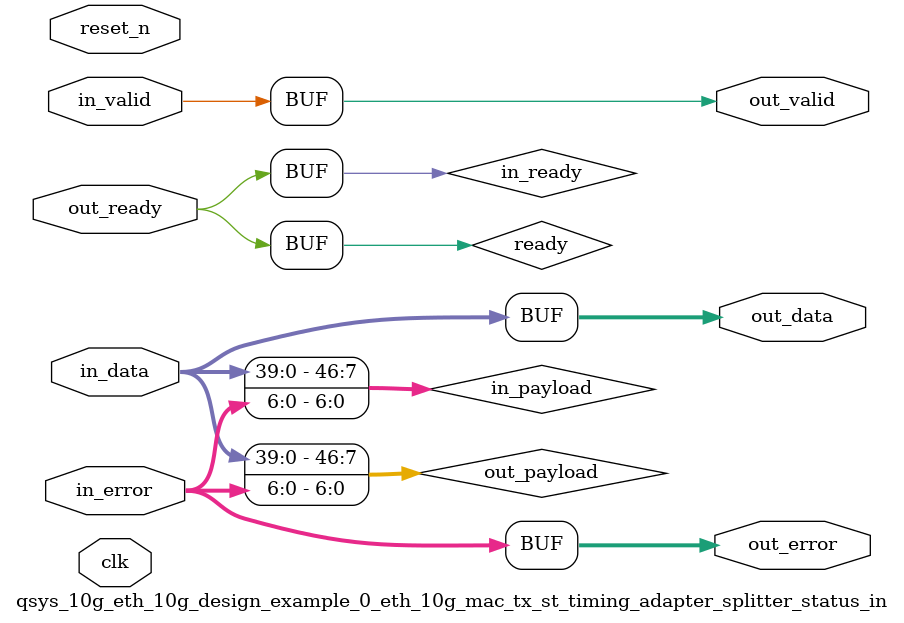
<source format=v>

`timescale 1ns / 100ps
module qsys_10g_eth_10g_design_example_0_eth_10g_mac_tx_st_timing_adapter_splitter_status_in (
    
      // Interface: clk
      input              clk,
      // Interface: reset
      input              reset_n,
      // Interface: in
      input              in_valid,
      input      [39: 0] in_data,
      input      [ 6: 0] in_error,
      // Interface: out
      output reg         out_valid,
      output reg [39: 0] out_data,
      output reg [ 6: 0] out_error,
      input              out_ready
);




   // ---------------------------------------------------------------------
   //| Signal Declarations
   // ---------------------------------------------------------------------

   reg  [46: 0] in_payload;
   reg  [46: 0] out_payload;
   reg  [ 0: 0] ready;
   reg          in_ready;
   // synthesis translate_off
   always @(negedge in_ready) begin
      $display("%m: The downstream component is backpressuring by deasserting ready, but the upstream component can't be backpressured.");
   end
   // synthesis translate_on   


   // ---------------------------------------------------------------------
   //| Payload Mapping
   // ---------------------------------------------------------------------
   always @* begin
     in_payload = {in_data,in_error};
     {out_data,out_error} = out_payload;
   end

   // ---------------------------------------------------------------------
   //| Ready & valid signals.
   // ---------------------------------------------------------------------
   always @* begin
     ready[0] = out_ready;
     out_valid = in_valid;
     out_payload = in_payload;
     in_ready = ready[0];
   end




endmodule


</source>
